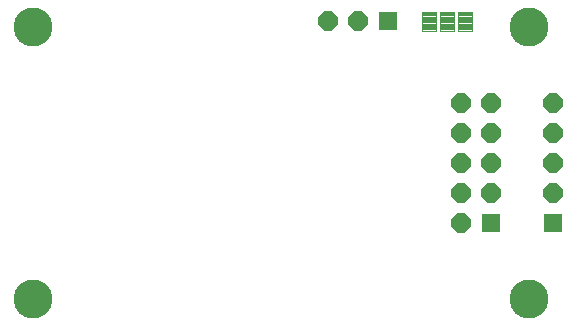
<source format=gbs>
G75*
G70*
%OFA0B0*%
%FSLAX24Y24*%
%IPPOS*%
%LPD*%
%AMOC8*
5,1,8,0,0,1.08239X$1,22.5*
%
%ADD10R,0.0640X0.0640*%
%ADD11OC8,0.0640*%
%ADD12C,0.0040*%
%ADD13C,0.1300*%
D10*
X020739Y007519D03*
X022798Y007519D03*
X017302Y014243D03*
D11*
X016302Y014243D03*
X015302Y014243D03*
X019739Y011519D03*
X020739Y011519D03*
X020739Y010519D03*
X019739Y010519D03*
X019739Y009519D03*
X020739Y009519D03*
X020739Y008519D03*
X019739Y008519D03*
X019739Y007519D03*
X022798Y008519D03*
X022798Y009519D03*
X022798Y010519D03*
X022798Y011519D03*
D12*
X020085Y013928D02*
X019625Y013928D01*
X019625Y014558D01*
X020085Y014558D01*
X020085Y013928D01*
X020085Y013967D02*
X019625Y013967D01*
X019625Y014006D02*
X020085Y014006D01*
X020085Y014045D02*
X019625Y014045D01*
X019625Y014084D02*
X020085Y014084D01*
X020085Y014123D02*
X019625Y014123D01*
X019625Y014162D02*
X020085Y014162D01*
X020085Y014201D02*
X019625Y014201D01*
X019625Y014240D02*
X020085Y014240D01*
X020085Y014279D02*
X019625Y014279D01*
X019625Y014318D02*
X020085Y014318D01*
X020085Y014357D02*
X019625Y014357D01*
X019625Y014396D02*
X020085Y014396D01*
X020085Y014435D02*
X019625Y014435D01*
X019625Y014474D02*
X020085Y014474D01*
X020085Y014513D02*
X019625Y014513D01*
X019625Y014552D02*
X020085Y014552D01*
X019485Y013928D02*
X019025Y013928D01*
X019025Y014558D01*
X019485Y014558D01*
X019485Y013928D01*
X019485Y013967D02*
X019025Y013967D01*
X019025Y014006D02*
X019485Y014006D01*
X019485Y014045D02*
X019025Y014045D01*
X019025Y014084D02*
X019485Y014084D01*
X019485Y014123D02*
X019025Y014123D01*
X019025Y014162D02*
X019485Y014162D01*
X019485Y014201D02*
X019025Y014201D01*
X019025Y014240D02*
X019485Y014240D01*
X019485Y014279D02*
X019025Y014279D01*
X019025Y014318D02*
X019485Y014318D01*
X019485Y014357D02*
X019025Y014357D01*
X019025Y014396D02*
X019485Y014396D01*
X019485Y014435D02*
X019025Y014435D01*
X019025Y014474D02*
X019485Y014474D01*
X019485Y014513D02*
X019025Y014513D01*
X019025Y014552D02*
X019485Y014552D01*
X018885Y013928D02*
X018425Y013928D01*
X018425Y014558D01*
X018885Y014558D01*
X018885Y013928D01*
X018885Y013967D02*
X018425Y013967D01*
X018425Y014006D02*
X018885Y014006D01*
X018885Y014045D02*
X018425Y014045D01*
X018425Y014084D02*
X018885Y014084D01*
X018885Y014123D02*
X018425Y014123D01*
X018425Y014162D02*
X018885Y014162D01*
X018885Y014201D02*
X018425Y014201D01*
X018425Y014240D02*
X018885Y014240D01*
X018885Y014279D02*
X018425Y014279D01*
X018425Y014318D02*
X018885Y014318D01*
X018885Y014357D02*
X018425Y014357D01*
X018425Y014396D02*
X018885Y014396D01*
X018885Y014435D02*
X018425Y014435D01*
X018425Y014474D02*
X018885Y014474D01*
X018885Y014513D02*
X018425Y014513D01*
X018425Y014552D02*
X018885Y014552D01*
D13*
X005475Y004991D03*
X005475Y014047D03*
X022011Y014047D03*
X022011Y004991D03*
M02*

</source>
